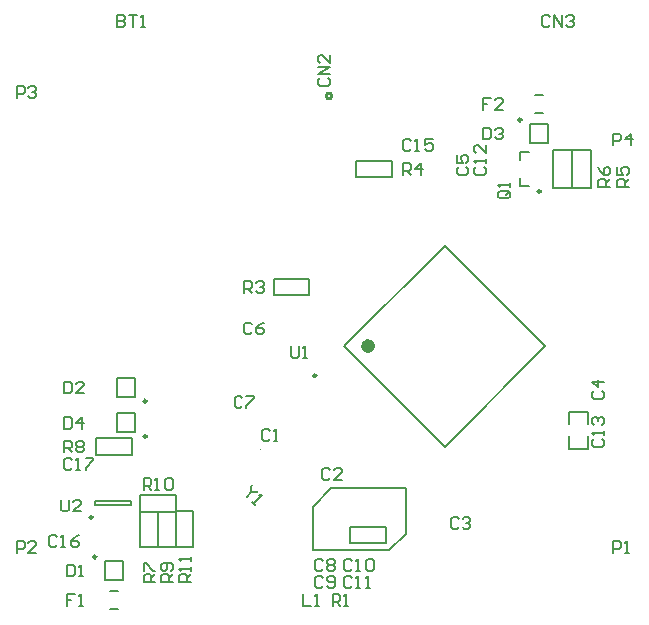
<source format=gto>
G04 Layer_Color=15132400*
%FSLAX25Y25*%
%MOIN*%
G70*
G01*
G75*
%ADD35C,0.00787*%
%ADD40C,0.00984*%
%ADD41C,0.02362*%
%ADD42C,0.01000*%
%ADD43C,0.00394*%
%ADD44C,0.00500*%
D35*
X243307Y311221D02*
Y312402D01*
X255118Y311221D02*
Y312402D01*
X243307Y311221D02*
X255118D01*
X243307Y312402D02*
X255118D01*
X248228Y276575D02*
X250984D01*
X248228Y282480D02*
X250984D01*
X326378Y364173D02*
X359842Y330709D01*
Y397638D02*
X393307Y364173D01*
X326378Y364173D02*
X359842Y397638D01*
Y330709D02*
X393307Y364173D01*
X407480Y338370D02*
Y342358D01*
Y329921D02*
Y334071D01*
X401181Y329921D02*
X407480D01*
X401181D02*
Y334071D01*
Y338370D02*
Y342358D01*
X407480D01*
X246535Y286221D02*
Y292520D01*
X252677D01*
X246535Y286221D02*
X252677D01*
Y292520D01*
X256614Y335433D02*
Y341732D01*
X250472Y335433D02*
X256614D01*
X250472Y341732D02*
X256614D01*
X250472Y335433D02*
Y341732D01*
X315748Y296063D02*
X341339D01*
X346850Y301575D01*
Y316929D01*
X322047D02*
X346850D01*
X315748Y310630D02*
X322047Y316929D01*
X315748Y296063D02*
Y310630D01*
X384842Y426378D02*
Y428976D01*
X388051D01*
X384842Y417480D02*
Y420079D01*
Y417480D02*
X388051D01*
X388268Y431890D02*
Y438189D01*
X394409D01*
X388268Y431890D02*
X394409D01*
Y438189D01*
X389961Y447835D02*
X392717D01*
X389961Y441929D02*
X392717D01*
X256614Y347244D02*
Y353543D01*
X250472Y347244D02*
X256614D01*
X250472Y353543D02*
X256614D01*
X250472Y347244D02*
Y353543D01*
X394947Y473752D02*
X394291Y474408D01*
X392979D01*
X392323Y473752D01*
Y471128D01*
X392979Y470472D01*
X394291D01*
X394947Y471128D01*
X396259Y470472D02*
Y474408D01*
X398882Y470472D01*
Y474408D01*
X400194Y473752D02*
X400850Y474408D01*
X402162D01*
X402818Y473752D01*
Y473096D01*
X402162Y472440D01*
X401506D01*
X402162D01*
X402818Y471784D01*
Y471128D01*
X402162Y470472D01*
X400850D01*
X400194Y471128D01*
X415945Y431102D02*
Y435038D01*
X417913D01*
X418569Y434382D01*
Y433070D01*
X417913Y432414D01*
X415945D01*
X421848Y431102D02*
Y435038D01*
X419881Y433070D01*
X422504D01*
X217126Y446850D02*
Y450786D01*
X219094D01*
X219750Y450130D01*
Y448818D01*
X219094Y448162D01*
X217126D01*
X221062Y450130D02*
X221718Y450786D01*
X223030D01*
X223686Y450130D01*
Y449474D01*
X223030Y448818D01*
X222374D01*
X223030D01*
X223686Y448162D01*
Y447506D01*
X223030Y446850D01*
X221718D01*
X221062Y447506D01*
X217126Y295276D02*
Y299211D01*
X219094D01*
X219750Y298555D01*
Y297243D01*
X219094Y296587D01*
X217126D01*
X223686Y295276D02*
X221062D01*
X223686Y297899D01*
Y298555D01*
X223030Y299211D01*
X221718D01*
X221062Y298555D01*
X415945Y295276D02*
Y299211D01*
X417913D01*
X418569Y298555D01*
Y297243D01*
X417913Y296587D01*
X415945D01*
X419881Y295276D02*
X421193D01*
X420537D01*
Y299211D01*
X419881Y298555D01*
X295696Y317744D02*
X295233Y317280D01*
Y315424D01*
X297088D01*
X297552Y315888D01*
X295233Y315424D02*
X293841Y314033D01*
X295696Y312178D02*
X296624Y311250D01*
X296160Y311714D01*
X298943Y314497D01*
X298015D01*
X263386Y285433D02*
X259450D01*
Y287401D01*
X260106Y288057D01*
X261418D01*
X262074Y287401D01*
Y285433D01*
Y286745D02*
X263386Y288057D01*
X259450Y289369D02*
Y291993D01*
X260106D01*
X262730Y289369D01*
X263386D01*
X236482Y281495D02*
X233858D01*
Y279527D01*
X235170D01*
X233858D01*
Y277559D01*
X237794D02*
X239106D01*
X238450D01*
Y281495D01*
X237794Y280839D01*
X231890Y312991D02*
Y309711D01*
X232546Y309055D01*
X233858D01*
X234514Y309711D01*
Y312991D01*
X238449Y309055D02*
X235825D01*
X238449Y311679D01*
Y312335D01*
X237793Y312991D01*
X236481D01*
X235825Y312335D01*
X235498Y326114D02*
X234842Y326770D01*
X233530D01*
X232874Y326114D01*
Y323491D01*
X233530Y322835D01*
X234842D01*
X235498Y323491D01*
X236810Y322835D02*
X238122D01*
X237466D01*
Y326770D01*
X236810Y326114D01*
X240090Y326770D02*
X242713D01*
Y326114D01*
X240090Y323491D01*
Y322835D01*
X230577Y300524D02*
X229921Y301180D01*
X228609D01*
X227953Y300524D01*
Y297900D01*
X228609Y297244D01*
X229921D01*
X230577Y297900D01*
X231889Y297244D02*
X233200D01*
X232544D01*
Y301180D01*
X231889Y300524D01*
X237792Y301180D02*
X236480Y300524D01*
X235168Y299212D01*
Y297900D01*
X235824Y297244D01*
X237136D01*
X237792Y297900D01*
Y298556D01*
X237136Y299212D01*
X235168D01*
X308661Y364172D02*
Y360892D01*
X309317Y360236D01*
X310629D01*
X311285Y360892D01*
Y364172D01*
X312597Y360236D02*
X313909D01*
X313253D01*
Y364172D01*
X312597Y363516D01*
X346063Y421260D02*
Y425196D01*
X348031D01*
X348687Y424540D01*
Y423228D01*
X348031Y422572D01*
X346063D01*
X347375D02*
X348687Y421260D01*
X351967D02*
Y425196D01*
X349999Y423228D01*
X352623D01*
X292913Y381890D02*
Y385825D01*
X294881D01*
X295537Y385170D01*
Y383858D01*
X294881Y383202D01*
X292913D01*
X294225D02*
X295537Y381890D01*
X296849Y385170D02*
X297505Y385825D01*
X298817D01*
X299473Y385170D01*
Y384514D01*
X298817Y383858D01*
X298161D01*
X298817D01*
X299473Y383202D01*
Y382546D01*
X298817Y381890D01*
X297505D01*
X296849Y382546D01*
X322441Y277559D02*
Y281495D01*
X324409D01*
X325065Y280839D01*
Y279527D01*
X324409Y278871D01*
X322441D01*
X323753D02*
X325065Y277559D01*
X326377D02*
X327689D01*
X327033D01*
Y281495D01*
X326377Y280839D01*
X312598Y281495D02*
Y277559D01*
X315222D01*
X316534D02*
X317846D01*
X317190D01*
Y281495D01*
X316534Y280839D01*
X318177Y453411D02*
X317521Y452755D01*
Y451443D01*
X318177Y450787D01*
X320801D01*
X321457Y451443D01*
Y452755D01*
X320801Y453411D01*
X321457Y454723D02*
X317521D01*
X321457Y457347D01*
X317521D01*
X321457Y461283D02*
Y458659D01*
X318833Y461283D01*
X318177D01*
X317521Y460627D01*
Y459315D01*
X318177Y458659D01*
X348687Y432414D02*
X348031Y433070D01*
X346719D01*
X346063Y432414D01*
Y429790D01*
X346719Y429134D01*
X348031D01*
X348687Y429790D01*
X349999Y429134D02*
X351311D01*
X350655D01*
Y433070D01*
X349999Y432414D01*
X355902Y433070D02*
X353278D01*
Y431102D01*
X354590Y431758D01*
X355246D01*
X355902Y431102D01*
Y429790D01*
X355246Y429134D01*
X353935D01*
X353278Y429790D01*
X409712Y333332D02*
X409056Y332677D01*
Y331365D01*
X409712Y330709D01*
X412336D01*
X412992Y331365D01*
Y332677D01*
X412336Y333332D01*
X412992Y334644D02*
Y335956D01*
Y335300D01*
X409056D01*
X409712Y334644D01*
Y337924D02*
X409056Y338580D01*
Y339892D01*
X409712Y340548D01*
X410368D01*
X411024Y339892D01*
Y339236D01*
Y339892D01*
X411680Y340548D01*
X412336D01*
X412992Y339892D01*
Y338580D01*
X412336Y337924D01*
X370342Y423884D02*
X369686Y423228D01*
Y421916D01*
X370342Y421260D01*
X372966D01*
X373622Y421916D01*
Y423228D01*
X372966Y423884D01*
X373622Y425196D02*
Y426508D01*
Y425851D01*
X369686D01*
X370342Y425196D01*
X373622Y431099D02*
Y428475D01*
X370998Y431099D01*
X370342D01*
X369686Y430443D01*
Y429131D01*
X370342Y428475D01*
X329002Y286744D02*
X328346Y287400D01*
X327034D01*
X326378Y286744D01*
Y284120D01*
X327034Y283465D01*
X328346D01*
X329002Y284120D01*
X330314Y283465D02*
X331626D01*
X330970D01*
Y287400D01*
X330314Y286744D01*
X333594Y283465D02*
X334905D01*
X334249D01*
Y287400D01*
X333594Y286744D01*
X329002Y292650D02*
X328346Y293306D01*
X327034D01*
X326378Y292650D01*
Y290026D01*
X327034Y289370D01*
X328346D01*
X329002Y290026D01*
X330314Y289370D02*
X331626D01*
X330970D01*
Y293306D01*
X330314Y292650D01*
X333594D02*
X334249Y293306D01*
X335561D01*
X336217Y292650D01*
Y290026D01*
X335561Y289370D01*
X334249D01*
X333594Y290026D01*
Y292650D01*
X319159Y286744D02*
X318503Y287400D01*
X317191D01*
X316535Y286744D01*
Y284120D01*
X317191Y283465D01*
X318503D01*
X319159Y284120D01*
X320471D02*
X321127Y283465D01*
X322439D01*
X323095Y284120D01*
Y286744D01*
X322439Y287400D01*
X321127D01*
X320471Y286744D01*
Y286088D01*
X321127Y285432D01*
X323095D01*
X319159Y292650D02*
X318503Y293306D01*
X317191D01*
X316535Y292650D01*
Y290026D01*
X317191Y289370D01*
X318503D01*
X319159Y290026D01*
X320471Y292650D02*
X321127Y293306D01*
X322439D01*
X323095Y292650D01*
Y291994D01*
X322439Y291338D01*
X323095Y290682D01*
Y290026D01*
X322439Y289370D01*
X321127D01*
X320471Y290026D01*
Y290682D01*
X321127Y291338D01*
X320471Y291994D01*
Y292650D01*
X321127Y291338D02*
X322439D01*
X292388Y346981D02*
X291732Y347637D01*
X290420D01*
X289764Y346981D01*
Y344357D01*
X290420Y343701D01*
X291732D01*
X292388Y344357D01*
X293700Y347637D02*
X296323D01*
Y346981D01*
X293700Y344357D01*
Y343701D01*
X295537Y371390D02*
X294881Y372046D01*
X293569D01*
X292913Y371390D01*
Y368766D01*
X293569Y368110D01*
X294881D01*
X295537Y368766D01*
X299473Y372046D02*
X298161Y371390D01*
X296849Y370078D01*
Y368766D01*
X297505Y368110D01*
X298817D01*
X299473Y368766D01*
Y369422D01*
X298817Y370078D01*
X296849D01*
X364437Y423884D02*
X363781Y423228D01*
Y421916D01*
X364437Y421260D01*
X367061D01*
X367717Y421916D01*
Y423228D01*
X367061Y423884D01*
X363781Y427819D02*
Y425196D01*
X365749D01*
X365093Y426508D01*
Y427164D01*
X365749Y427819D01*
X367061D01*
X367717Y427164D01*
Y425851D01*
X367061Y425196D01*
X409712Y349080D02*
X409056Y348425D01*
Y347113D01*
X409712Y346457D01*
X412336D01*
X412992Y347113D01*
Y348425D01*
X412336Y349080D01*
X412992Y352360D02*
X409056D01*
X411024Y350392D01*
Y353016D01*
X364435Y306429D02*
X363779Y307085D01*
X362467D01*
X361811Y306429D01*
Y303806D01*
X362467Y303150D01*
X363779D01*
X364435Y303806D01*
X365747Y306429D02*
X366403Y307085D01*
X367715D01*
X368371Y306429D01*
Y305773D01*
X367715Y305118D01*
X367059D01*
X367715D01*
X368371Y304462D01*
Y303806D01*
X367715Y303150D01*
X366403D01*
X365747Y303806D01*
X321521Y322965D02*
X320866Y323621D01*
X319554D01*
X318898Y322965D01*
Y320341D01*
X319554Y319685D01*
X320866D01*
X321521Y320341D01*
X325457Y319685D02*
X322833D01*
X325457Y322309D01*
Y322965D01*
X324801Y323621D01*
X323489D01*
X322833Y322965D01*
X301443Y335957D02*
X300787Y336613D01*
X299475D01*
X298819Y335957D01*
Y333333D01*
X299475Y332677D01*
X300787D01*
X301443Y333333D01*
X302755Y332677D02*
X304066D01*
X303411D01*
Y336613D01*
X302755Y335957D01*
X233858Y291337D02*
Y287402D01*
X235826D01*
X236482Y288057D01*
Y290681D01*
X235826Y291337D01*
X233858D01*
X237794Y287402D02*
X239106D01*
X238450D01*
Y291337D01*
X237794Y290681D01*
X232874Y352361D02*
Y348425D01*
X234842D01*
X235498Y349081D01*
Y351705D01*
X234842Y352361D01*
X232874D01*
X239434Y348425D02*
X236810D01*
X239434Y351049D01*
Y351705D01*
X238778Y352361D01*
X237466D01*
X236810Y351705D01*
X250590Y474408D02*
Y470472D01*
X252558D01*
X253214Y471128D01*
Y471784D01*
X252558Y472440D01*
X250590D01*
X252558D01*
X253214Y473096D01*
Y473752D01*
X252558Y474408D01*
X250590D01*
X254526D02*
X257150D01*
X255838D01*
Y470472D01*
X258462D02*
X259774D01*
X259118D01*
Y474408D01*
X258462Y473752D01*
X372638Y437007D02*
Y433071D01*
X374606D01*
X375262Y433727D01*
Y436351D01*
X374606Y437007D01*
X372638D01*
X376573Y436351D02*
X377229Y437007D01*
X378541D01*
X379197Y436351D01*
Y435695D01*
X378541Y435039D01*
X377885D01*
X378541D01*
X379197Y434383D01*
Y433727D01*
X378541Y433071D01*
X377229D01*
X376573Y433727D01*
X232874Y340550D02*
Y336614D01*
X234842D01*
X235498Y337270D01*
Y339894D01*
X234842Y340550D01*
X232874D01*
X238778Y336614D02*
Y340550D01*
X236810Y338582D01*
X239434D01*
X375262Y446849D02*
X372638D01*
Y444881D01*
X373950D01*
X372638D01*
Y442913D01*
X379197D02*
X376573D01*
X379197Y445537D01*
Y446193D01*
X378541Y446849D01*
X377229D01*
X376573Y446193D01*
X380840Y416010D02*
X378216D01*
X377560Y415354D01*
Y414042D01*
X378216Y413386D01*
X380840D01*
X381496Y414042D01*
Y415354D01*
X380184Y414698D02*
X381496Y416010D01*
Y415354D02*
X380840Y416010D01*
X381496Y417322D02*
Y418634D01*
Y417978D01*
X377560D01*
X378216Y417322D01*
X421260Y417323D02*
X417324D01*
Y419291D01*
X417980Y419947D01*
X419292D01*
X419948Y419291D01*
Y417323D01*
Y418635D02*
X421260Y419947D01*
X417324Y423882D02*
Y421259D01*
X419292D01*
X418636Y422571D01*
Y423226D01*
X419292Y423882D01*
X420604D01*
X421260Y423226D01*
Y421914D01*
X420604Y421259D01*
X414961Y417323D02*
X411025D01*
Y419291D01*
X411681Y419947D01*
X412993D01*
X413649Y419291D01*
Y417323D01*
Y418635D02*
X414961Y419947D01*
X411025Y423882D02*
X411681Y422571D01*
X412993Y421259D01*
X414305D01*
X414961Y421914D01*
Y423226D01*
X414305Y423882D01*
X413649D01*
X412993Y423226D01*
Y421259D01*
X232874Y328740D02*
Y332676D01*
X234842D01*
X235498Y332020D01*
Y330708D01*
X234842Y330052D01*
X232874D01*
X234186D02*
X235498Y328740D01*
X236810Y332020D02*
X237466Y332676D01*
X238778D01*
X239434Y332020D01*
Y331364D01*
X238778Y330708D01*
X239434Y330052D01*
Y329396D01*
X238778Y328740D01*
X237466D01*
X236810Y329396D01*
Y330052D01*
X237466Y330708D01*
X236810Y331364D01*
Y332020D01*
X237466Y330708D02*
X238778D01*
X269291Y285433D02*
X265356D01*
Y287401D01*
X266012Y288057D01*
X267323D01*
X267979Y287401D01*
Y285433D01*
Y286745D02*
X269291Y288057D01*
X268635Y289369D02*
X269291Y290025D01*
Y291337D01*
X268635Y291993D01*
X266012D01*
X265356Y291337D01*
Y290025D01*
X266012Y289369D01*
X266668D01*
X267323Y290025D01*
Y291993D01*
X259449Y316142D02*
Y320077D01*
X261417D01*
X262073Y319422D01*
Y318110D01*
X261417Y317454D01*
X259449D01*
X260761D02*
X262073Y316142D01*
X263385D02*
X264697D01*
X264040D01*
Y320077D01*
X263385Y319422D01*
X266664D02*
X267320Y320077D01*
X268632D01*
X269288Y319422D01*
Y316798D01*
X268632Y316142D01*
X267320D01*
X266664Y316798D01*
Y319422D01*
X275197Y285433D02*
X271261D01*
Y287401D01*
X271917Y288057D01*
X273229D01*
X273885Y287401D01*
Y285433D01*
Y286745D02*
X275197Y288057D01*
Y289369D02*
Y290681D01*
Y290025D01*
X271261D01*
X271917Y289369D01*
X275197Y292649D02*
Y293960D01*
Y293305D01*
X271261D01*
X271917Y292649D01*
D40*
X242421Y307087D02*
G03*
X242421Y307087I-492J0D01*
G01*
X317034Y354331D02*
G03*
X317034Y354331I-498J0D01*
G01*
X243661Y293937D02*
G03*
X243661Y293937I-492J0D01*
G01*
X260472Y334016D02*
G03*
X260472Y334016I-492J0D01*
G01*
X391831Y415748D02*
G03*
X391831Y415748I-492J0D01*
G01*
X385394Y439606D02*
G03*
X385394Y439606I-492J0D01*
G01*
X260472Y345827D02*
G03*
X260472Y345827I-492J0D01*
G01*
D41*
X335433Y364173D02*
G03*
X335433Y364173I-1181J0D01*
G01*
D42*
X322220Y447512D02*
G03*
X322220Y447512I-1000J0D01*
G01*
D43*
X298407Y329683D02*
G03*
X298407Y329683I-197J0D01*
G01*
D44*
X342126Y420472D02*
Y425984D01*
X330315D02*
X342126D01*
X330315Y420472D02*
Y425984D01*
Y420472D02*
X342126D01*
X314567Y381102D02*
Y386614D01*
X302756D02*
X314567D01*
X302756Y381102D02*
Y386614D01*
Y381102D02*
X314567D01*
X328346Y298425D02*
Y303937D01*
Y298425D02*
X340158D01*
Y303937D01*
X328346D02*
X340158D01*
X243701Y327953D02*
X255512D01*
X243701D02*
Y333465D01*
X255512D01*
Y327953D02*
Y333465D01*
X270079Y297244D02*
Y309043D01*
Y309055D02*
X275984D01*
Y297244D02*
Y309055D01*
X270079Y297244D02*
X275984D01*
X264173D02*
Y309043D01*
X270079D01*
Y297244D02*
Y309055D01*
X264173Y297244D02*
X270079D01*
X258268Y309043D02*
X264173D01*
X258268Y297244D02*
Y309043D01*
Y297244D02*
X264173D01*
Y309043D01*
X258268D02*
X270079D01*
X258268D02*
Y314567D01*
X270079D01*
Y309043D02*
Y314567D01*
X402362Y416929D02*
Y429528D01*
X408661D01*
Y416929D02*
Y429528D01*
X402362Y416929D02*
X408661D01*
X396063D02*
Y429528D01*
X402362D01*
Y416929D02*
Y429528D01*
X396063Y416929D02*
X402362D01*
M02*

</source>
